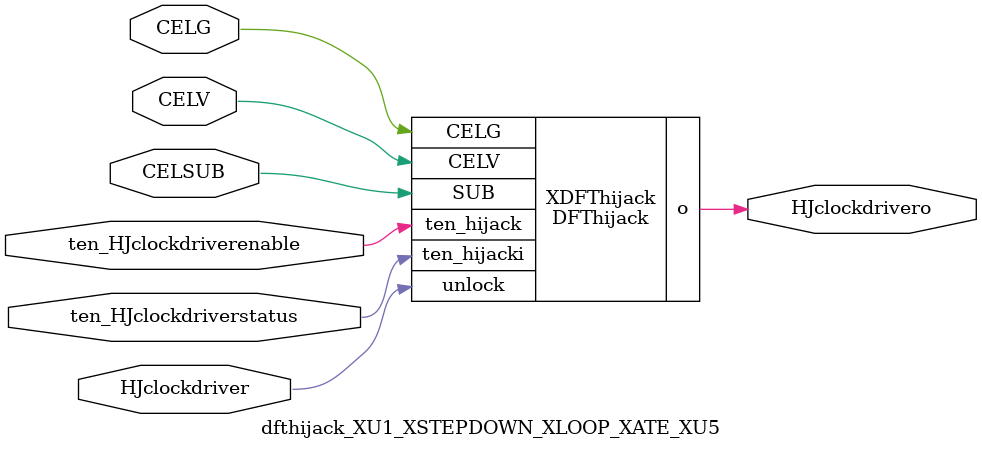
<source format=v>


module DFThijack ( o, CELG, CELV, SUB, ten_hijack, ten_hijacki, unlock );

  input CELV;
  input ten_hijack;
  input ten_hijacki;
  input unlock;
  output o;
  input SUB;
  input CELG;
endmodule


module dfthijack_XU1_XSTEPDOWN_XLOOP_XATE_XU5 (HJclockdrivero,CELG,CELV,CELSUB,ten_HJclockdriverenable,ten_HJclockdriverstatus,HJclockdriver);
output  HJclockdrivero;
input  CELG;
input  CELV;
input  CELSUB;
input  ten_HJclockdriverenable;
input  ten_HJclockdriverstatus;
input  HJclockdriver;

DFThijack XDFThijack(
  .o (HJclockdrivero),
  .CELG (CELG),
  .CELV (CELV),
  .SUB (CELSUB),
  .ten_hijack (ten_HJclockdriverenable),
  .ten_hijacki (ten_HJclockdriverstatus),
  .unlock (HJclockdriver)
);

endmodule


</source>
